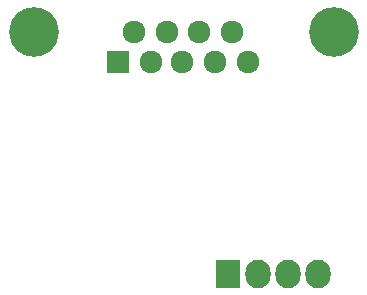
<source format=gbr>
G04 #@! TF.FileFunction,Soldermask,Bot*
%FSLAX46Y46*%
G04 Gerber Fmt 4.6, Leading zero omitted, Abs format (unit mm)*
G04 Created by KiCad (PCBNEW 4.0.5) date 01/20/17 14:33:55*
%MOMM*%
%LPD*%
G01*
G04 APERTURE LIST*
%ADD10C,0.100000*%
%ADD11C,4.210000*%
%ADD12R,1.924000X1.924000*%
%ADD13C,1.924000*%
%ADD14R,2.127200X2.432000*%
%ADD15O,2.127200X2.432000*%
G04 APERTURE END LIST*
D10*
D11*
X161925000Y-77914500D03*
X136525000Y-77914500D03*
D12*
X143637000Y-80454500D03*
D13*
X146431000Y-80454500D03*
X149098000Y-80454500D03*
X151892000Y-80454500D03*
X154686000Y-80454500D03*
X145034000Y-77914500D03*
X147828000Y-77914500D03*
X150495000Y-77914500D03*
X153289000Y-77914500D03*
D14*
X152971500Y-98361500D03*
D15*
X155511500Y-98361500D03*
X158051500Y-98361500D03*
X160591500Y-98361500D03*
M02*

</source>
